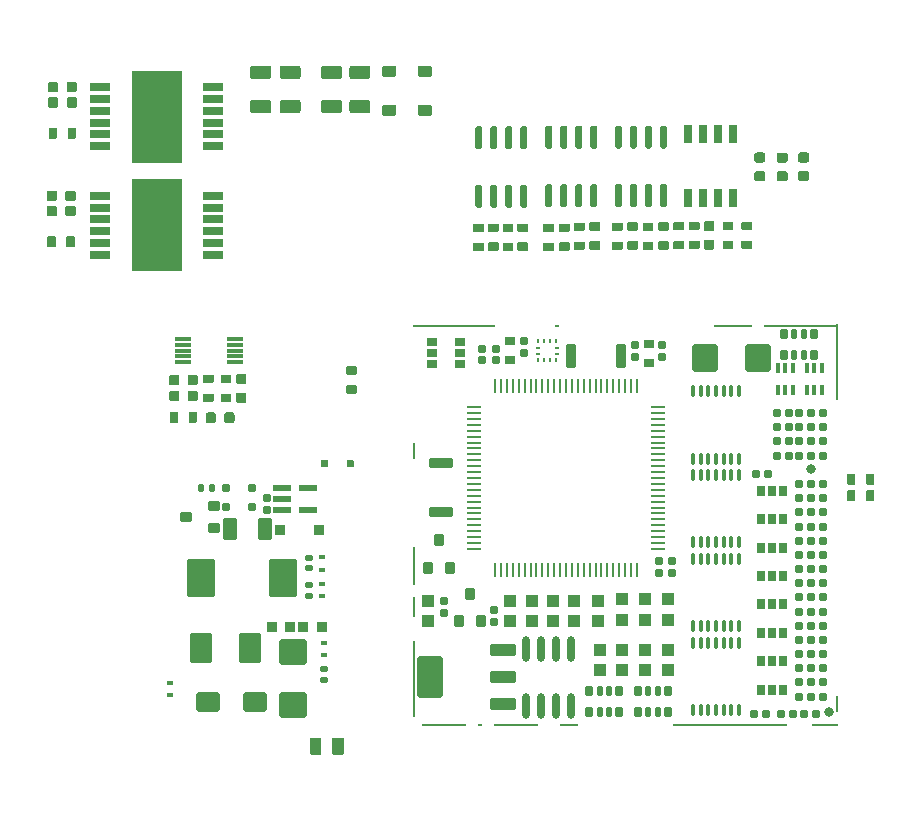
<source format=gtp>
G75*
G70*
%OFA0B0*%
%FSLAX25Y25*%
%IPPOS*%
%LPD*%
%AMOC8*
5,1,8,0,0,1.08239X$1,22.5*
%
%AMM100*
21,1,0.035430,0.030320,-0.000000,0.000000,0.000000*
21,1,0.028350,0.037400,-0.000000,0.000000,0.000000*
1,1,0.007090,0.014170,-0.015160*
1,1,0.007090,-0.014170,-0.015160*
1,1,0.007090,-0.014170,0.015160*
1,1,0.007090,0.014170,0.015160*
%
%AMM101*
21,1,0.043310,0.075980,-0.000000,0.000000,90.000000*
21,1,0.034650,0.084650,-0.000000,0.000000,90.000000*
1,1,0.008660,0.037990,0.017320*
1,1,0.008660,0.037990,-0.017320*
1,1,0.008660,-0.037990,-0.017320*
1,1,0.008660,-0.037990,0.017320*
%
%AMM102*
21,1,0.039370,0.035430,-0.000000,0.000000,90.000000*
21,1,0.031500,0.043310,-0.000000,0.000000,90.000000*
1,1,0.007870,0.017720,0.015750*
1,1,0.007870,0.017720,-0.015750*
1,1,0.007870,-0.017720,-0.015750*
1,1,0.007870,-0.017720,0.015750*
%
%AMM103*
21,1,0.027560,0.030710,-0.000000,0.000000,90.000000*
21,1,0.022050,0.036220,-0.000000,0.000000,90.000000*
1,1,0.005510,0.015350,0.011020*
1,1,0.005510,0.015350,-0.011020*
1,1,0.005510,-0.015350,-0.011020*
1,1,0.005510,-0.015350,0.011020*
%
%AMM104*
21,1,0.031500,0.072440,-0.000000,0.000000,90.000000*
21,1,0.025200,0.078740,-0.000000,0.000000,90.000000*
1,1,0.006300,0.036220,0.012600*
1,1,0.006300,0.036220,-0.012600*
1,1,0.006300,-0.036220,-0.012600*
1,1,0.006300,-0.036220,0.012600*
%
%AMM105*
21,1,0.137800,0.067720,-0.000000,0.000000,90.000000*
21,1,0.120870,0.084650,-0.000000,0.000000,90.000000*
1,1,0.016930,0.033860,0.060430*
1,1,0.016930,0.033860,-0.060430*
1,1,0.016930,-0.033860,-0.060430*
1,1,0.016930,-0.033860,0.060430*
%
%AMM106*
21,1,0.043310,0.075990,-0.000000,0.000000,90.000000*
21,1,0.034650,0.084650,-0.000000,0.000000,90.000000*
1,1,0.008660,0.037990,0.017320*
1,1,0.008660,0.037990,-0.017320*
1,1,0.008660,-0.037990,-0.017320*
1,1,0.008660,-0.037990,0.017320*
%
%AMM107*
21,1,0.086610,0.073230,-0.000000,0.000000,180.000000*
21,1,0.069290,0.090550,-0.000000,0.000000,180.000000*
1,1,0.017320,-0.034650,0.036610*
1,1,0.017320,0.034650,0.036610*
1,1,0.017320,0.034650,-0.036610*
1,1,0.017320,-0.034650,-0.036610*
%
%AMM36*
21,1,0.033470,0.026770,0.000000,0.000000,0.000000*
21,1,0.026770,0.033470,0.000000,0.000000,0.000000*
1,1,0.006690,0.013390,-0.013390*
1,1,0.006690,-0.013390,-0.013390*
1,1,0.006690,-0.013390,0.013390*
1,1,0.006690,0.013390,0.013390*
%
%AMM42*
21,1,0.035830,0.026770,0.000000,0.000000,0.000000*
21,1,0.029130,0.033470,0.000000,0.000000,0.000000*
1,1,0.006690,0.014570,-0.013390*
1,1,0.006690,-0.014570,-0.013390*
1,1,0.006690,-0.014570,0.013390*
1,1,0.006690,0.014570,0.013390*
%
%AMM44*
21,1,0.070870,0.036220,0.000000,0.000000,90.000000*
21,1,0.061810,0.045280,0.000000,0.000000,90.000000*
1,1,0.009060,0.018110,0.030910*
1,1,0.009060,0.018110,-0.030910*
1,1,0.009060,-0.018110,-0.030910*
1,1,0.009060,-0.018110,0.030910*
%
%AMM59*
21,1,0.086610,0.073230,0.000000,0.000000,270.000000*
21,1,0.069290,0.090550,0.000000,0.000000,270.000000*
1,1,0.017320,-0.036610,-0.034650*
1,1,0.017320,-0.036610,0.034650*
1,1,0.017320,0.036610,0.034650*
1,1,0.017320,0.036610,-0.034650*
%
%AMM60*
21,1,0.094490,0.111020,0.000000,0.000000,0.000000*
21,1,0.075590,0.129920,0.000000,0.000000,0.000000*
1,1,0.018900,0.037800,-0.055510*
1,1,0.018900,-0.037800,-0.055510*
1,1,0.018900,-0.037800,0.055510*
1,1,0.018900,0.037800,0.055510*
%
%AMM61*
21,1,0.074800,0.083460,0.000000,0.000000,0.000000*
21,1,0.059840,0.098430,0.000000,0.000000,0.000000*
1,1,0.014960,0.029920,-0.041730*
1,1,0.014960,-0.029920,-0.041730*
1,1,0.014960,-0.029920,0.041730*
1,1,0.014960,0.029920,0.041730*
%
%AMM62*
21,1,0.078740,0.053540,0.000000,0.000000,180.000000*
21,1,0.065350,0.066930,0.000000,0.000000,180.000000*
1,1,0.013390,-0.032680,0.026770*
1,1,0.013390,0.032680,0.026770*
1,1,0.013390,0.032680,-0.026770*
1,1,0.013390,-0.032680,-0.026770*
%
%AMM63*
21,1,0.035430,0.030320,0.000000,0.000000,90.000000*
21,1,0.028350,0.037400,0.000000,0.000000,90.000000*
1,1,0.007090,0.015160,0.014170*
1,1,0.007090,0.015160,-0.014170*
1,1,0.007090,-0.015160,-0.014170*
1,1,0.007090,-0.015160,0.014170*
%
%AMM64*
21,1,0.021650,0.052760,0.000000,0.000000,270.000000*
21,1,0.017320,0.057090,0.000000,0.000000,270.000000*
1,1,0.004330,-0.026380,-0.008660*
1,1,0.004330,-0.026380,0.008660*
1,1,0.004330,0.026380,0.008660*
1,1,0.004330,0.026380,-0.008660*
%
%AMM65*
21,1,0.015750,0.016540,0.000000,0.000000,270.000000*
21,1,0.012600,0.019680,0.000000,0.000000,270.000000*
1,1,0.003150,-0.008270,-0.006300*
1,1,0.003150,-0.008270,0.006300*
1,1,0.003150,0.008270,0.006300*
1,1,0.003150,0.008270,-0.006300*
%
%AMM66*
21,1,0.023620,0.018900,0.000000,0.000000,90.000000*
21,1,0.018900,0.023620,0.000000,0.000000,90.000000*
1,1,0.004720,0.009450,0.009450*
1,1,0.004720,0.009450,-0.009450*
1,1,0.004720,-0.009450,-0.009450*
1,1,0.004720,-0.009450,0.009450*
%
%AMM67*
21,1,0.019680,0.019680,0.000000,0.000000,0.000000*
21,1,0.015750,0.023620,0.000000,0.000000,0.000000*
1,1,0.003940,0.007870,-0.009840*
1,1,0.003940,-0.007870,-0.009840*
1,1,0.003940,-0.007870,0.009840*
1,1,0.003940,0.007870,0.009840*
%
%AMM68*
21,1,0.019680,0.019680,0.000000,0.000000,270.000000*
21,1,0.015750,0.023620,0.000000,0.000000,270.000000*
1,1,0.003940,-0.009840,-0.007870*
1,1,0.003940,-0.009840,0.007870*
1,1,0.003940,0.009840,0.007870*
1,1,0.003940,0.009840,-0.007870*
%
%AMM92*
21,1,0.025590,0.026380,-0.000000,0.000000,0.000000*
21,1,0.020470,0.031500,-0.000000,0.000000,0.000000*
1,1,0.005120,0.010240,-0.013190*
1,1,0.005120,-0.010240,-0.013190*
1,1,0.005120,-0.010240,0.013190*
1,1,0.005120,0.010240,0.013190*
%
%AMM93*
21,1,0.017720,0.027950,-0.000000,0.000000,0.000000*
21,1,0.014170,0.031500,-0.000000,0.000000,0.000000*
1,1,0.003540,0.007090,-0.013980*
1,1,0.003540,-0.007090,-0.013980*
1,1,0.003540,-0.007090,0.013980*
1,1,0.003540,0.007090,0.013980*
%
%AMM94*
21,1,0.012600,0.028980,-0.000000,0.000000,180.000000*
21,1,0.010080,0.031500,-0.000000,0.000000,180.000000*
1,1,0.002520,-0.005040,0.014490*
1,1,0.002520,0.005040,0.014490*
1,1,0.002520,0.005040,-0.014490*
1,1,0.002520,-0.005040,-0.014490*
%
%AMM95*
21,1,0.023620,0.030710,-0.000000,0.000000,270.000000*
21,1,0.018900,0.035430,-0.000000,0.000000,270.000000*
1,1,0.004720,-0.015350,-0.009450*
1,1,0.004720,-0.015350,0.009450*
1,1,0.004720,0.015350,0.009450*
1,1,0.004720,0.015350,-0.009450*
%
%AMM96*
21,1,0.027560,0.018900,-0.000000,0.000000,180.000000*
21,1,0.022840,0.023620,-0.000000,0.000000,180.000000*
1,1,0.004720,-0.011420,0.009450*
1,1,0.004720,0.011420,0.009450*
1,1,0.004720,0.011420,-0.009450*
1,1,0.004720,-0.011420,-0.009450*
%
%AMM97*
21,1,0.031500,0.072440,-0.000000,0.000000,180.000000*
21,1,0.025200,0.078740,-0.000000,0.000000,180.000000*
1,1,0.006300,-0.012600,0.036220*
1,1,0.006300,0.012600,0.036220*
1,1,0.006300,0.012600,-0.036220*
1,1,0.006300,-0.012600,-0.036220*
%
%AMM98*
21,1,0.027560,0.018900,-0.000000,0.000000,270.000000*
21,1,0.022840,0.023620,-0.000000,0.000000,270.000000*
1,1,0.004720,-0.009450,-0.011420*
1,1,0.004720,-0.009450,0.011420*
1,1,0.004720,0.009450,0.011420*
1,1,0.004720,0.009450,-0.011420*
%
%AMM99*
21,1,0.023620,0.030710,-0.000000,0.000000,0.000000*
21,1,0.018900,0.035430,-0.000000,0.000000,0.000000*
1,1,0.004720,0.009450,-0.015350*
1,1,0.004720,-0.009450,-0.015350*
1,1,0.004720,-0.009450,0.015350*
1,1,0.004720,0.009450,0.015350*
%
%ADD13R,0.02559X0.06004*%
%ADD138M36*%
%ADD14R,0.06890X0.02559*%
%ADD147M42*%
%ADD15R,0.16929X0.31102*%
%ADD152M44*%
%ADD173R,0.05512X0.01181*%
%ADD175M59*%
%ADD176M60*%
%ADD177M61*%
%ADD178M62*%
%ADD179M63*%
%ADD18R,0.14567X0.00787*%
%ADD180M64*%
%ADD181M65*%
%ADD182M66*%
%ADD183M67*%
%ADD184M68*%
%ADD19R,0.01575X0.00787*%
%ADD20R,0.06299X0.00787*%
%ADD21R,0.38189X0.00787*%
%ADD213M92*%
%ADD214M93*%
%ADD215M94*%
%ADD216O,0.01181X0.04331*%
%ADD217M95*%
%ADD218M96*%
%ADD219M97*%
%ADD22R,0.09055X0.00787*%
%ADD220M98*%
%ADD221M99*%
%ADD222M100*%
%ADD223O,0.02362X0.08661*%
%ADD224M101*%
%ADD225M102*%
%ADD226M103*%
%ADD227M104*%
%ADD228M105*%
%ADD229M106*%
%ADD23R,0.00787X0.05512*%
%ADD230M107*%
%ADD24R,0.00787X0.25197*%
%ADD25R,0.00787X0.06693*%
%ADD26R,0.00787X0.12992*%
%ADD27R,0.27559X0.00787*%
%ADD28R,0.12992X0.00787*%
%ADD29R,0.24803X0.00787*%
%ADD47C,0.03150*%
%ADD80O,0.04724X0.00866*%
%ADD81O,0.00866X0.04724*%
%ADD85R,0.01378X0.00984*%
%ADD86R,0.00984X0.01378*%
X0000000Y0000000D02*
%LPD*%
G01*
G36*
G01*
X0152874Y0172533D02*
X0149803Y0172533D01*
G75*
G02*
X0149528Y0172809I0000000J0000276D01*
G01*
X0149528Y0175013D01*
G75*
G02*
X0149803Y0175289I0000276J0000000D01*
G01*
X0152874Y0175289D01*
G75*
G02*
X0153150Y0175013I0000000J-000276D01*
G01*
X0153150Y0172809D01*
G75*
G02*
X0152874Y0172533I-000276J0000000D01*
G01*
G37*
G36*
G01*
X0152874Y0178832D02*
X0149803Y0178832D01*
G75*
G02*
X0149528Y0179108I0000000J0000276D01*
G01*
X0149528Y0181313D01*
G75*
G02*
X0149803Y0181588I0000276J0000000D01*
G01*
X0152874Y0181588D01*
G75*
G02*
X0153150Y0181313I0000000J-000276D01*
G01*
X0153150Y0179108D01*
G75*
G02*
X0152874Y0178832I-000276J0000000D01*
G01*
G37*
G36*
G01*
X0229547Y0172972D02*
X0226870Y0172972D01*
G75*
G02*
X0226535Y0173307I0000000J0000335D01*
G01*
X0226535Y0175984D01*
G75*
G02*
X0226870Y0176319I0000335J0000000D01*
G01*
X0229547Y0176319D01*
G75*
G02*
X0229882Y0175984I0000000J-000335D01*
G01*
X0229882Y0173307D01*
G75*
G02*
X0229547Y0172972I-000335J0000000D01*
G01*
G37*
G36*
G01*
X0229547Y0179193D02*
X0226870Y0179193D01*
G75*
G02*
X0226535Y0179528I0000000J0000335D01*
G01*
X0226535Y0182205D01*
G75*
G02*
X0226870Y0182539I0000335J0000000D01*
G01*
X0229547Y0182539D01*
G75*
G02*
X0229882Y0182205I0000000J-000335D01*
G01*
X0229882Y0179528D01*
G75*
G02*
X0229547Y0179193I-000335J0000000D01*
G01*
G37*
G36*
G01*
X0211457Y0182087D02*
X0214528Y0182087D01*
G75*
G02*
X0214803Y0181811I0000000J-000276D01*
G01*
X0214803Y0179606D01*
G75*
G02*
X0214528Y0179331I-000276J0000000D01*
G01*
X0211457Y0179331D01*
G75*
G02*
X0211181Y0179606I0000000J0000276D01*
G01*
X0211181Y0181811D01*
G75*
G02*
X0211457Y0182087I0000276J0000000D01*
G01*
G37*
G36*
G01*
X0211457Y0175787D02*
X0214528Y0175787D01*
G75*
G02*
X0214803Y0175512I0000000J-000276D01*
G01*
X0214803Y0173307D01*
G75*
G02*
X0214528Y0173031I-000276J0000000D01*
G01*
X0211457Y0173031D01*
G75*
G02*
X0211181Y0173307I0000000J0000276D01*
G01*
X0211181Y0175512D01*
G75*
G02*
X0211457Y0175787I0000276J0000000D01*
G01*
G37*
G36*
G01*
X0007461Y0189606D02*
X0007461Y0192283D01*
G75*
G02*
X0007795Y0192618I0000335J0000000D01*
G01*
X0010472Y0192618D01*
G75*
G02*
X0010807Y0192283I0000000J-000335D01*
G01*
X0010807Y0189606D01*
G75*
G02*
X0010472Y0189272I-000335J0000000D01*
G01*
X0007795Y0189272D01*
G75*
G02*
X0007461Y0189606I0000000J0000335D01*
G01*
G37*
G36*
G01*
X0013681Y0189606D02*
X0013681Y0192283D01*
G75*
G02*
X0014016Y0192618I0000335J0000000D01*
G01*
X0016693Y0192618D01*
G75*
G02*
X0017028Y0192283I0000000J-000335D01*
G01*
X0017028Y0189606D01*
G75*
G02*
X0016693Y0189272I-000335J0000000D01*
G01*
X0014016Y0189272D01*
G75*
G02*
X0013681Y0189606I0000000J0000335D01*
G01*
G37*
G36*
G01*
X0283268Y0092480D02*
X0283268Y0089409D01*
G75*
G02*
X0282992Y0089134I-000276J0000000D01*
G01*
X0280787Y0089134D01*
G75*
G02*
X0280512Y0089409I0000000J0000276D01*
G01*
X0280512Y0092480D01*
G75*
G02*
X0280787Y0092756I0000276J0000000D01*
G01*
X0282992Y0092756D01*
G75*
G02*
X0283268Y0092480I0000000J-000276D01*
G01*
G37*
G36*
G01*
X0276969Y0092480D02*
X0276969Y0089409D01*
G75*
G02*
X0276693Y0089134I-000276J0000000D01*
G01*
X0274488Y0089134D01*
G75*
G02*
X0274213Y0089409I0000000J0000276D01*
G01*
X0274213Y0092480D01*
G75*
G02*
X0274488Y0092756I0000276J0000000D01*
G01*
X0276693Y0092756D01*
G75*
G02*
X0276969Y0092480I0000000J-000276D01*
G01*
G37*
G36*
G01*
X0201220Y0182087D02*
X0204291Y0182087D01*
G75*
G02*
X0204567Y0181811I0000000J-000276D01*
G01*
X0204567Y0179606D01*
G75*
G02*
X0204291Y0179331I-000276J0000000D01*
G01*
X0201220Y0179331D01*
G75*
G02*
X0200945Y0179606I0000000J0000276D01*
G01*
X0200945Y0181811D01*
G75*
G02*
X0201220Y0182087I0000276J0000000D01*
G01*
G37*
G36*
G01*
X0201220Y0175787D02*
X0204291Y0175787D01*
G75*
G02*
X0204567Y0175512I0000000J-000276D01*
G01*
X0204567Y0173307D01*
G75*
G02*
X0204291Y0173031I-000276J0000000D01*
G01*
X0201220Y0173031D01*
G75*
G02*
X0200945Y0173307I0000000J0000276D01*
G01*
X0200945Y0175512D01*
G75*
G02*
X0201220Y0175787I0000276J0000000D01*
G01*
G37*
G36*
G01*
X0108268Y0230728D02*
X0108268Y0233445D01*
G75*
G02*
X0109173Y0234350I0000906J0000000D01*
G01*
X0114449Y0234350D01*
G75*
G02*
X0115354Y0233445I0000000J-000906D01*
G01*
X0115354Y0230728D01*
G75*
G02*
X0114449Y0229823I-000906J0000000D01*
G01*
X0109173Y0229823D01*
G75*
G02*
X0108268Y0230728I0000000J0000906D01*
G01*
G37*
G36*
G01*
X0108268Y0219311D02*
X0108268Y0222028D01*
G75*
G02*
X0109173Y0222933I0000906J0000000D01*
G01*
X0114449Y0222933D01*
G75*
G02*
X0115354Y0222028I0000000J-000906D01*
G01*
X0115354Y0219311D01*
G75*
G02*
X0114449Y0218405I-000906J0000000D01*
G01*
X0109173Y0218405D01*
G75*
G02*
X0108268Y0219311I0000000J0000906D01*
G01*
G37*
G36*
G01*
X0198602Y0187205D02*
X0197421Y0187205D01*
G75*
G02*
X0196831Y0187795I0000000J0000591D01*
G01*
X0196831Y0194291D01*
G75*
G02*
X0197421Y0194882I0000591J0000000D01*
G01*
X0198602Y0194882D01*
G75*
G02*
X0199193Y0194291I0000000J-000591D01*
G01*
X0199193Y0187795D01*
G75*
G02*
X0198602Y0187205I-000591J0000000D01*
G01*
G37*
G36*
G01*
X0203602Y0187205D02*
X0202421Y0187205D01*
G75*
G02*
X0201831Y0187795I0000000J0000591D01*
G01*
X0201831Y0194291D01*
G75*
G02*
X0202421Y0194882I0000591J0000000D01*
G01*
X0203602Y0194882D01*
G75*
G02*
X0204193Y0194291I0000000J-000591D01*
G01*
X0204193Y0187795D01*
G75*
G02*
X0203602Y0187205I-000591J0000000D01*
G01*
G37*
G36*
G01*
X0208602Y0187205D02*
X0207421Y0187205D01*
G75*
G02*
X0206831Y0187795I0000000J0000591D01*
G01*
X0206831Y0194291D01*
G75*
G02*
X0207421Y0194882I0000591J0000000D01*
G01*
X0208602Y0194882D01*
G75*
G02*
X0209193Y0194291I0000000J-000591D01*
G01*
X0209193Y0187795D01*
G75*
G02*
X0208602Y0187205I-000591J0000000D01*
G01*
G37*
G36*
G01*
X0213602Y0187205D02*
X0212421Y0187205D01*
G75*
G02*
X0211831Y0187795I0000000J0000591D01*
G01*
X0211831Y0194291D01*
G75*
G02*
X0212421Y0194882I0000591J0000000D01*
G01*
X0213602Y0194882D01*
G75*
G02*
X0214193Y0194291I0000000J-000591D01*
G01*
X0214193Y0187795D01*
G75*
G02*
X0213602Y0187205I-000591J0000000D01*
G01*
G37*
G36*
G01*
X0213602Y0206693D02*
X0212421Y0206693D01*
G75*
G02*
X0211831Y0207283I0000000J0000591D01*
G01*
X0211831Y0213780D01*
G75*
G02*
X0212421Y0214370I0000591J0000000D01*
G01*
X0213602Y0214370D01*
G75*
G02*
X0214193Y0213780I0000000J-000591D01*
G01*
X0214193Y0207283D01*
G75*
G02*
X0213602Y0206693I-000591J0000000D01*
G01*
G37*
G36*
G01*
X0208602Y0206693D02*
X0207421Y0206693D01*
G75*
G02*
X0206831Y0207283I0000000J0000591D01*
G01*
X0206831Y0213780D01*
G75*
G02*
X0207421Y0214370I0000591J0000000D01*
G01*
X0208602Y0214370D01*
G75*
G02*
X0209193Y0213780I0000000J-000591D01*
G01*
X0209193Y0207283D01*
G75*
G02*
X0208602Y0206693I-000591J0000000D01*
G01*
G37*
G36*
G01*
X0203602Y0206693D02*
X0202421Y0206693D01*
G75*
G02*
X0201831Y0207283I0000000J0000591D01*
G01*
X0201831Y0213780D01*
G75*
G02*
X0202421Y0214370I0000591J0000000D01*
G01*
X0203602Y0214370D01*
G75*
G02*
X0204193Y0213780I0000000J-000591D01*
G01*
X0204193Y0207283D01*
G75*
G02*
X0203602Y0206693I-000591J0000000D01*
G01*
G37*
G36*
G01*
X0198602Y0206693D02*
X0197421Y0206693D01*
G75*
G02*
X0196831Y0207283I0000000J0000591D01*
G01*
X0196831Y0213780D01*
G75*
G02*
X0197421Y0214370I0000591J0000000D01*
G01*
X0198602Y0214370D01*
G75*
G02*
X0199193Y0213780I0000000J-000591D01*
G01*
X0199193Y0207283D01*
G75*
G02*
X0198602Y0206693I-000591J0000000D01*
G01*
G37*
D13*
X0221240Y0190209D03*
X0226240Y0190209D03*
X0231240Y0190209D03*
X0236240Y0190209D03*
X0236240Y0211563D03*
X0231240Y0211563D03*
X0226240Y0211563D03*
X0221240Y0211563D03*
G36*
G01*
X0016732Y0177126D02*
X0016732Y0174055D01*
G75*
G02*
X0016457Y0173780I-000276J0000000D01*
G01*
X0014252Y0173780D01*
G75*
G02*
X0013976Y0174055I0000000J0000276D01*
G01*
X0013976Y0177126D01*
G75*
G02*
X0014252Y0177402I0000276J0000000D01*
G01*
X0016457Y0177402D01*
G75*
G02*
X0016732Y0177126I0000000J-000276D01*
G01*
G37*
G36*
G01*
X0010433Y0177126D02*
X0010433Y0174055D01*
G75*
G02*
X0010157Y0173780I-000276J0000000D01*
G01*
X0007953Y0173780D01*
G75*
G02*
X0007677Y0174055I0000000J0000276D01*
G01*
X0007677Y0177126D01*
G75*
G02*
X0007953Y0177402I0000276J0000000D01*
G01*
X0010157Y0177402D01*
G75*
G02*
X0010433Y0177126I0000000J-000276D01*
G01*
G37*
G36*
G01*
X0007854Y0225827D02*
X0007854Y0228504D01*
G75*
G02*
X0008189Y0228839I0000335J0000000D01*
G01*
X0010866Y0228839D01*
G75*
G02*
X0011201Y0228504I0000000J-000335D01*
G01*
X0011201Y0225827D01*
G75*
G02*
X0010866Y0225492I-000335J0000000D01*
G01*
X0008189Y0225492D01*
G75*
G02*
X0007854Y0225827I0000000J0000335D01*
G01*
G37*
G36*
G01*
X0014075Y0225827D02*
X0014075Y0228504D01*
G75*
G02*
X0014409Y0228839I0000335J0000000D01*
G01*
X0017087Y0228839D01*
G75*
G02*
X0017421Y0228504I0000000J-000335D01*
G01*
X0017421Y0225827D01*
G75*
G02*
X0017087Y0225492I-000335J0000000D01*
G01*
X0014409Y0225492D01*
G75*
G02*
X0014075Y0225827I0000000J0000335D01*
G01*
G37*
G36*
G01*
X0274213Y0094921D02*
X0274213Y0097992D01*
G75*
G02*
X0274488Y0098268I0000276J0000000D01*
G01*
X0276693Y0098268D01*
G75*
G02*
X0276969Y0097992I0000000J-000276D01*
G01*
X0276969Y0094921D01*
G75*
G02*
X0276693Y0094646I-000276J0000000D01*
G01*
X0274488Y0094646D01*
G75*
G02*
X0274213Y0094921I0000000J0000276D01*
G01*
G37*
G36*
G01*
X0280512Y0094921D02*
X0280512Y0097992D01*
G75*
G02*
X0280787Y0098268I0000276J0000000D01*
G01*
X0282992Y0098268D01*
G75*
G02*
X0283268Y0097992I0000000J-000276D01*
G01*
X0283268Y0094921D01*
G75*
G02*
X0282992Y0094646I-000276J0000000D01*
G01*
X0280787Y0094646D01*
G75*
G02*
X0280512Y0094921I0000000J0000276D01*
G01*
G37*
D14*
X0062992Y0171260D03*
X0062992Y0175197D03*
X0062992Y0179134D03*
X0062992Y0183071D03*
X0062992Y0187008D03*
X0062992Y0190945D03*
X0025197Y0190945D03*
X0025197Y0187008D03*
X0025197Y0183071D03*
X0025197Y0179134D03*
X0025197Y0175197D03*
X0025197Y0171260D03*
D15*
X0044094Y0181102D03*
G36*
G01*
X0109600Y0100443D02*
X0107711Y0100443D01*
G75*
G02*
X0107474Y0100679I0000000J0000236D01*
G01*
X0107474Y0102569D01*
G75*
G02*
X0107711Y0102805I0000236J0000000D01*
G01*
X0109600Y0102805D01*
G75*
G02*
X0109837Y0102569I0000000J-000236D01*
G01*
X0109837Y0100679D01*
G75*
G02*
X0109600Y0100443I-000236J0000000D01*
G01*
G37*
G36*
G01*
X0100939Y0100443D02*
X0099049Y0100443D01*
G75*
G02*
X0098813Y0100679I0000000J0000236D01*
G01*
X0098813Y0102569D01*
G75*
G02*
X0099049Y0102805I0000236J0000000D01*
G01*
X0100939Y0102805D01*
G75*
G02*
X0101175Y0102569I0000000J-000236D01*
G01*
X0101175Y0100679D01*
G75*
G02*
X0100939Y0100443I-000236J0000000D01*
G01*
G37*
G36*
G01*
X0007461Y0184488D02*
X0007461Y0187165D01*
G75*
G02*
X0007795Y0187500I0000335J0000000D01*
G01*
X0010472Y0187500D01*
G75*
G02*
X0010807Y0187165I0000000J-000335D01*
G01*
X0010807Y0184488D01*
G75*
G02*
X0010472Y0184154I-000335J0000000D01*
G01*
X0007795Y0184154D01*
G75*
G02*
X0007461Y0184488I0000000J0000335D01*
G01*
G37*
G36*
G01*
X0013681Y0184488D02*
X0013681Y0187165D01*
G75*
G02*
X0014016Y0187500I0000335J0000000D01*
G01*
X0016693Y0187500D01*
G75*
G02*
X0017028Y0187165I0000000J-000335D01*
G01*
X0017028Y0184488D01*
G75*
G02*
X0016693Y0184154I-000335J0000000D01*
G01*
X0014016Y0184154D01*
G75*
G02*
X0013681Y0184488I0000000J0000335D01*
G01*
G37*
G36*
G01*
X0110591Y0125000D02*
X0107520Y0125000D01*
G75*
G02*
X0107244Y0125276I0000000J0000276D01*
G01*
X0107244Y0127480D01*
G75*
G02*
X0107520Y0127756I0000276J0000000D01*
G01*
X0110591Y0127756D01*
G75*
G02*
X0110866Y0127480I0000000J-000276D01*
G01*
X0110866Y0125276D01*
G75*
G02*
X0110591Y0125000I-000276J0000000D01*
G01*
G37*
G36*
G01*
X0110591Y0131299D02*
X0107520Y0131299D01*
G75*
G02*
X0107244Y0131575I0000000J0000276D01*
G01*
X0107244Y0133780D01*
G75*
G02*
X0107520Y0134055I0000276J0000000D01*
G01*
X0110591Y0134055D01*
G75*
G02*
X0110866Y0133780I0000000J-000276D01*
G01*
X0110866Y0131575D01*
G75*
G02*
X0110591Y0131299I-000276J0000000D01*
G01*
G37*
G36*
G01*
X0209409Y0172933D02*
X0206339Y0172933D01*
G75*
G02*
X0206063Y0173209I0000000J0000276D01*
G01*
X0206063Y0175413D01*
G75*
G02*
X0206339Y0175689I0000276J0000000D01*
G01*
X0209409Y0175689D01*
G75*
G02*
X0209685Y0175413I0000000J-000276D01*
G01*
X0209685Y0173209D01*
G75*
G02*
X0209409Y0172933I-000276J0000000D01*
G01*
G37*
G36*
G01*
X0209409Y0179232D02*
X0206339Y0179232D01*
G75*
G02*
X0206063Y0179508I0000000J0000276D01*
G01*
X0206063Y0181713D01*
G75*
G02*
X0206339Y0181988I0000276J0000000D01*
G01*
X0209409Y0181988D01*
G75*
G02*
X0209685Y0181713I0000000J-000276D01*
G01*
X0209685Y0179508D01*
G75*
G02*
X0209409Y0179232I-000276J0000000D01*
G01*
G37*
G36*
G01*
X0219646Y0173130D02*
X0216575Y0173130D01*
G75*
G02*
X0216299Y0173406I0000000J0000276D01*
G01*
X0216299Y0175610D01*
G75*
G02*
X0216575Y0175886I0000276J0000000D01*
G01*
X0219646Y0175886D01*
G75*
G02*
X0219921Y0175610I0000000J-000276D01*
G01*
X0219921Y0173406D01*
G75*
G02*
X0219646Y0173130I-000276J0000000D01*
G01*
G37*
G36*
G01*
X0219646Y0179429D02*
X0216575Y0179429D01*
G75*
G02*
X0216299Y0179705I0000000J0000276D01*
G01*
X0216299Y0181909D01*
G75*
G02*
X0216575Y0182185I0000276J0000000D01*
G01*
X0219646Y0182185D01*
G75*
G02*
X0219921Y0181909I0000000J-000276D01*
G01*
X0219921Y0179705D01*
G75*
G02*
X0219646Y0179429I-000276J0000000D01*
G01*
G37*
G36*
G01*
X0176260Y0172539D02*
X0173189Y0172539D01*
G75*
G02*
X0172913Y0172815I0000000J0000276D01*
G01*
X0172913Y0175020D01*
G75*
G02*
X0173189Y0175295I0000276J0000000D01*
G01*
X0176260Y0175295D01*
G75*
G02*
X0176535Y0175020I0000000J-000276D01*
G01*
X0176535Y0172815D01*
G75*
G02*
X0176260Y0172539I-000276J0000000D01*
G01*
G37*
G36*
G01*
X0176260Y0178839D02*
X0173189Y0178839D01*
G75*
G02*
X0172913Y0179114I0000000J0000276D01*
G01*
X0172913Y0181319D01*
G75*
G02*
X0173189Y0181594I0000276J0000000D01*
G01*
X0176260Y0181594D01*
G75*
G02*
X0176535Y0181319I0000000J-000276D01*
G01*
X0176535Y0179114D01*
G75*
G02*
X0176260Y0178839I-000276J0000000D01*
G01*
G37*
G36*
G01*
X0154764Y0181693D02*
X0157835Y0181693D01*
G75*
G02*
X0158110Y0181417I0000000J-000276D01*
G01*
X0158110Y0179213D01*
G75*
G02*
X0157835Y0178937I-000276J0000000D01*
G01*
X0154764Y0178937D01*
G75*
G02*
X0154488Y0179213I0000000J0000276D01*
G01*
X0154488Y0181417D01*
G75*
G02*
X0154764Y0181693I0000276J0000000D01*
G01*
G37*
G36*
G01*
X0154764Y0175394D02*
X0157835Y0175394D01*
G75*
G02*
X0158110Y0175118I0000000J-000276D01*
G01*
X0158110Y0172913D01*
G75*
G02*
X0157835Y0172638I-000276J0000000D01*
G01*
X0154764Y0172638D01*
G75*
G02*
X0154488Y0172913I0000000J0000276D01*
G01*
X0154488Y0175118D01*
G75*
G02*
X0154764Y0175394I0000276J0000000D01*
G01*
G37*
D14*
X0062992Y0207480D03*
X0062992Y0211417D03*
X0062992Y0215354D03*
X0062992Y0219291D03*
X0062992Y0223228D03*
X0062992Y0227165D03*
X0025197Y0227165D03*
X0025197Y0223228D03*
X0025197Y0219291D03*
X0025197Y0215354D03*
X0025197Y0211417D03*
X0025197Y0207480D03*
D15*
X0044094Y0217323D03*
G36*
G01*
X0251609Y0205364D02*
X0253627Y0205364D01*
G75*
G02*
X0254488Y0204503I0000000J-000861D01*
G01*
X0254488Y0202781D01*
G75*
G02*
X0253627Y0201919I-000861J0000000D01*
G01*
X0251609Y0201919D01*
G75*
G02*
X0250748Y0202781I0000000J0000861D01*
G01*
X0250748Y0204503D01*
G75*
G02*
X0251609Y0205364I0000861J0000000D01*
G01*
G37*
G36*
G01*
X0251609Y0199163D02*
X0253627Y0199163D01*
G75*
G02*
X0254488Y0198302I0000000J-000861D01*
G01*
X0254488Y0196580D01*
G75*
G02*
X0253627Y0195719I-000861J0000000D01*
G01*
X0251609Y0195719D01*
G75*
G02*
X0250748Y0196580I0000000J0000861D01*
G01*
X0250748Y0198302D01*
G75*
G02*
X0251609Y0199163I0000861J0000000D01*
G01*
G37*
G36*
G01*
X0152047Y0187008D02*
X0150866Y0187008D01*
G75*
G02*
X0150276Y0187598I0000000J0000591D01*
G01*
X0150276Y0194094D01*
G75*
G02*
X0150866Y0194685I0000591J0000000D01*
G01*
X0152047Y0194685D01*
G75*
G02*
X0152638Y0194094I0000000J-000591D01*
G01*
X0152638Y0187598D01*
G75*
G02*
X0152047Y0187008I-000591J0000000D01*
G01*
G37*
G36*
G01*
X0157047Y0187008D02*
X0155866Y0187008D01*
G75*
G02*
X0155276Y0187598I0000000J0000591D01*
G01*
X0155276Y0194094D01*
G75*
G02*
X0155866Y0194685I0000591J0000000D01*
G01*
X0157047Y0194685D01*
G75*
G02*
X0157638Y0194094I0000000J-000591D01*
G01*
X0157638Y0187598D01*
G75*
G02*
X0157047Y0187008I-000591J0000000D01*
G01*
G37*
G36*
G01*
X0162047Y0187008D02*
X0160866Y0187008D01*
G75*
G02*
X0160276Y0187598I0000000J0000591D01*
G01*
X0160276Y0194094D01*
G75*
G02*
X0160866Y0194685I0000591J0000000D01*
G01*
X0162047Y0194685D01*
G75*
G02*
X0162638Y0194094I0000000J-000591D01*
G01*
X0162638Y0187598D01*
G75*
G02*
X0162047Y0187008I-000591J0000000D01*
G01*
G37*
G36*
G01*
X0167047Y0187008D02*
X0165866Y0187008D01*
G75*
G02*
X0165276Y0187598I0000000J0000591D01*
G01*
X0165276Y0194094D01*
G75*
G02*
X0165866Y0194685I0000591J0000000D01*
G01*
X0167047Y0194685D01*
G75*
G02*
X0167638Y0194094I0000000J-000591D01*
G01*
X0167638Y0187598D01*
G75*
G02*
X0167047Y0187008I-000591J0000000D01*
G01*
G37*
G36*
G01*
X0167047Y0206496D02*
X0165866Y0206496D01*
G75*
G02*
X0165276Y0207087I0000000J0000591D01*
G01*
X0165276Y0213583D01*
G75*
G02*
X0165866Y0214173I0000591J0000000D01*
G01*
X0167047Y0214173D01*
G75*
G02*
X0167638Y0213583I0000000J-000591D01*
G01*
X0167638Y0207087D01*
G75*
G02*
X0167047Y0206496I-000591J0000000D01*
G01*
G37*
G36*
G01*
X0162047Y0206496D02*
X0160866Y0206496D01*
G75*
G02*
X0160276Y0207087I0000000J0000591D01*
G01*
X0160276Y0213583D01*
G75*
G02*
X0160866Y0214173I0000591J0000000D01*
G01*
X0162047Y0214173D01*
G75*
G02*
X0162638Y0213583I0000000J-000591D01*
G01*
X0162638Y0207087D01*
G75*
G02*
X0162047Y0206496I-000591J0000000D01*
G01*
G37*
G36*
G01*
X0157047Y0206496D02*
X0155866Y0206496D01*
G75*
G02*
X0155276Y0207087I0000000J0000591D01*
G01*
X0155276Y0213583D01*
G75*
G02*
X0155866Y0214173I0000591J0000000D01*
G01*
X0157047Y0214173D01*
G75*
G02*
X0157638Y0213583I0000000J-000591D01*
G01*
X0157638Y0207087D01*
G75*
G02*
X0157047Y0206496I-000591J0000000D01*
G01*
G37*
G36*
G01*
X0152047Y0206496D02*
X0150866Y0206496D01*
G75*
G02*
X0150276Y0207087I0000000J0000591D01*
G01*
X0150276Y0213583D01*
G75*
G02*
X0150866Y0214173I0000591J0000000D01*
G01*
X0152047Y0214173D01*
G75*
G02*
X0152638Y0213583I0000000J-000591D01*
G01*
X0152638Y0207087D01*
G75*
G02*
X0152047Y0206496I-000591J0000000D01*
G01*
G37*
G36*
G01*
X0085039Y0230728D02*
X0085039Y0233445D01*
G75*
G02*
X0085945Y0234350I0000906J0000000D01*
G01*
X0091220Y0234350D01*
G75*
G02*
X0092126Y0233445I0000000J-000906D01*
G01*
X0092126Y0230728D01*
G75*
G02*
X0091220Y0229823I-000906J0000000D01*
G01*
X0085945Y0229823D01*
G75*
G02*
X0085039Y0230728I0000000J0000906D01*
G01*
G37*
G36*
G01*
X0085039Y0219311D02*
X0085039Y0222028D01*
G75*
G02*
X0085945Y0222933I0000906J0000000D01*
G01*
X0091220Y0222933D01*
G75*
G02*
X0092126Y0222028I0000000J-000906D01*
G01*
X0092126Y0219311D01*
G75*
G02*
X0091220Y0218405I-000906J0000000D01*
G01*
X0085945Y0218405D01*
G75*
G02*
X0085039Y0219311I0000000J0000906D01*
G01*
G37*
G36*
G01*
X0178386Y0181693D02*
X0181457Y0181693D01*
G75*
G02*
X0181732Y0181417I0000000J-000276D01*
G01*
X0181732Y0179213D01*
G75*
G02*
X0181457Y0178937I-000276J0000000D01*
G01*
X0178386Y0178937D01*
G75*
G02*
X0178110Y0179213I0000000J0000276D01*
G01*
X0178110Y0181417D01*
G75*
G02*
X0178386Y0181693I0000276J0000000D01*
G01*
G37*
G36*
G01*
X0178386Y0175394D02*
X0181457Y0175394D01*
G75*
G02*
X0181732Y0175118I0000000J-000276D01*
G01*
X0181732Y0172913D01*
G75*
G02*
X0181457Y0172638I-000276J0000000D01*
G01*
X0178386Y0172638D01*
G75*
G02*
X0178110Y0172913I0000000J0000276D01*
G01*
X0178110Y0175118D01*
G75*
G02*
X0178386Y0175394I0000276J0000000D01*
G01*
G37*
G36*
G01*
X0095079Y0005020D02*
X0095079Y0009941D01*
G75*
G02*
X0095472Y0010335I0000394J0000000D01*
G01*
X0098622Y0010335D01*
G75*
G02*
X0099016Y0009941I0000000J-000394D01*
G01*
X0099016Y0005020D01*
G75*
G02*
X0098622Y0004626I-000394J0000000D01*
G01*
X0095472Y0004626D01*
G75*
G02*
X0095079Y0005020I0000000J0000394D01*
G01*
G37*
G36*
G01*
X0102559Y0005020D02*
X0102559Y0009941D01*
G75*
G02*
X0102953Y0010335I0000394J0000000D01*
G01*
X0106102Y0010335D01*
G75*
G02*
X0106496Y0009941I0000000J-000394D01*
G01*
X0106496Y0005020D01*
G75*
G02*
X0106102Y0004626I-000394J0000000D01*
G01*
X0102953Y0004626D01*
G75*
G02*
X0102559Y0005020I0000000J0000394D01*
G01*
G37*
G36*
G01*
X0017126Y0213346D02*
X0017126Y0210276D01*
G75*
G02*
X0016850Y0210000I-000276J0000000D01*
G01*
X0014646Y0210000D01*
G75*
G02*
X0014370Y0210276I0000000J0000276D01*
G01*
X0014370Y0213346D01*
G75*
G02*
X0014646Y0213622I0000276J0000000D01*
G01*
X0016850Y0213622D01*
G75*
G02*
X0017126Y0213346I0000000J-000276D01*
G01*
G37*
G36*
G01*
X0010827Y0213346D02*
X0010827Y0210276D01*
G75*
G02*
X0010551Y0210000I-000276J0000000D01*
G01*
X0008346Y0210000D01*
G75*
G02*
X0008071Y0210276I0000000J0000276D01*
G01*
X0008071Y0213346D01*
G75*
G02*
X0008346Y0213622I0000276J0000000D01*
G01*
X0010551Y0213622D01*
G75*
G02*
X0010827Y0213346I0000000J-000276D01*
G01*
G37*
G36*
G01*
X0123661Y0217717D02*
X0119646Y0217717D01*
G75*
G02*
X0119291Y0218071I0000000J0000354D01*
G01*
X0119291Y0220906D01*
G75*
G02*
X0119646Y0221260I0000354J0000000D01*
G01*
X0123661Y0221260D01*
G75*
G02*
X0124016Y0220906I0000000J-000354D01*
G01*
X0124016Y0218071D01*
G75*
G02*
X0123661Y0217717I-000354J0000000D01*
G01*
G37*
G36*
G01*
X0123661Y0230709D02*
X0119646Y0230709D01*
G75*
G02*
X0119291Y0231063I0000000J0000354D01*
G01*
X0119291Y0233898D01*
G75*
G02*
X0119646Y0234252I0000354J0000000D01*
G01*
X0123661Y0234252D01*
G75*
G02*
X0124016Y0233898I0000000J-000354D01*
G01*
X0124016Y0231063D01*
G75*
G02*
X0123661Y0230709I-000354J0000000D01*
G01*
G37*
G36*
G01*
X0075197Y0230728D02*
X0075197Y0233445D01*
G75*
G02*
X0076102Y0234350I0000906J0000000D01*
G01*
X0081378Y0234350D01*
G75*
G02*
X0082283Y0233445I0000000J-000906D01*
G01*
X0082283Y0230728D01*
G75*
G02*
X0081378Y0229823I-000906J0000000D01*
G01*
X0076102Y0229823D01*
G75*
G02*
X0075197Y0230728I0000000J0000906D01*
G01*
G37*
G36*
G01*
X0075197Y0219311D02*
X0075197Y0222028D01*
G75*
G02*
X0076102Y0222933I0000906J0000000D01*
G01*
X0081378Y0222933D01*
G75*
G02*
X0082283Y0222028I0000000J-000906D01*
G01*
X0082283Y0219311D01*
G75*
G02*
X0081378Y0218405I-000906J0000000D01*
G01*
X0076102Y0218405D01*
G75*
G02*
X0075197Y0219311I0000000J0000906D01*
G01*
G37*
G36*
G01*
X0135472Y0217717D02*
X0131457Y0217717D01*
G75*
G02*
X0131102Y0218071I0000000J0000354D01*
G01*
X0131102Y0220906D01*
G75*
G02*
X0131457Y0221260I0000354J0000000D01*
G01*
X0135472Y0221260D01*
G75*
G02*
X0135827Y0220906I0000000J-000354D01*
G01*
X0135827Y0218071D01*
G75*
G02*
X0135472Y0217717I-000354J0000000D01*
G01*
G37*
G36*
G01*
X0135472Y0230709D02*
X0131457Y0230709D01*
G75*
G02*
X0131102Y0231063I0000000J0000354D01*
G01*
X0131102Y0233898D01*
G75*
G02*
X0131457Y0234252I0000354J0000000D01*
G01*
X0135472Y0234252D01*
G75*
G02*
X0135827Y0233898I0000000J-000354D01*
G01*
X0135827Y0231063D01*
G75*
G02*
X0135472Y0230709I-000354J0000000D01*
G01*
G37*
G36*
G01*
X0175374Y0187205D02*
X0174193Y0187205D01*
G75*
G02*
X0173602Y0187795I0000000J0000591D01*
G01*
X0173602Y0194291D01*
G75*
G02*
X0174193Y0194882I0000591J0000000D01*
G01*
X0175374Y0194882D01*
G75*
G02*
X0175965Y0194291I0000000J-000591D01*
G01*
X0175965Y0187795D01*
G75*
G02*
X0175374Y0187205I-000591J0000000D01*
G01*
G37*
G36*
G01*
X0180374Y0187205D02*
X0179193Y0187205D01*
G75*
G02*
X0178602Y0187795I0000000J0000591D01*
G01*
X0178602Y0194291D01*
G75*
G02*
X0179193Y0194882I0000591J0000000D01*
G01*
X0180374Y0194882D01*
G75*
G02*
X0180965Y0194291I0000000J-000591D01*
G01*
X0180965Y0187795D01*
G75*
G02*
X0180374Y0187205I-000591J0000000D01*
G01*
G37*
G36*
G01*
X0185374Y0187205D02*
X0184193Y0187205D01*
G75*
G02*
X0183602Y0187795I0000000J0000591D01*
G01*
X0183602Y0194291D01*
G75*
G02*
X0184193Y0194882I0000591J0000000D01*
G01*
X0185374Y0194882D01*
G75*
G02*
X0185965Y0194291I0000000J-000591D01*
G01*
X0185965Y0187795D01*
G75*
G02*
X0185374Y0187205I-000591J0000000D01*
G01*
G37*
G36*
G01*
X0190374Y0187205D02*
X0189193Y0187205D01*
G75*
G02*
X0188602Y0187795I0000000J0000591D01*
G01*
X0188602Y0194291D01*
G75*
G02*
X0189193Y0194882I0000591J0000000D01*
G01*
X0190374Y0194882D01*
G75*
G02*
X0190965Y0194291I0000000J-000591D01*
G01*
X0190965Y0187795D01*
G75*
G02*
X0190374Y0187205I-000591J0000000D01*
G01*
G37*
G36*
G01*
X0190374Y0206693D02*
X0189193Y0206693D01*
G75*
G02*
X0188602Y0207283I0000000J0000591D01*
G01*
X0188602Y0213780D01*
G75*
G02*
X0189193Y0214370I0000591J0000000D01*
G01*
X0190374Y0214370D01*
G75*
G02*
X0190965Y0213780I0000000J-000591D01*
G01*
X0190965Y0207283D01*
G75*
G02*
X0190374Y0206693I-000591J0000000D01*
G01*
G37*
G36*
G01*
X0185374Y0206693D02*
X0184193Y0206693D01*
G75*
G02*
X0183602Y0207283I0000000J0000591D01*
G01*
X0183602Y0213780D01*
G75*
G02*
X0184193Y0214370I0000591J0000000D01*
G01*
X0185374Y0214370D01*
G75*
G02*
X0185965Y0213780I0000000J-000591D01*
G01*
X0185965Y0207283D01*
G75*
G02*
X0185374Y0206693I-000591J0000000D01*
G01*
G37*
G36*
G01*
X0180374Y0206693D02*
X0179193Y0206693D01*
G75*
G02*
X0178602Y0207283I0000000J0000591D01*
G01*
X0178602Y0213780D01*
G75*
G02*
X0179193Y0214370I0000591J0000000D01*
G01*
X0180374Y0214370D01*
G75*
G02*
X0180965Y0213780I0000000J-000591D01*
G01*
X0180965Y0207283D01*
G75*
G02*
X0180374Y0206693I-000591J0000000D01*
G01*
G37*
G36*
G01*
X0175374Y0206693D02*
X0174193Y0206693D01*
G75*
G02*
X0173602Y0207283I0000000J0000591D01*
G01*
X0173602Y0213780D01*
G75*
G02*
X0174193Y0214370I0000591J0000000D01*
G01*
X0175374Y0214370D01*
G75*
G02*
X0175965Y0213780I0000000J-000591D01*
G01*
X0175965Y0207283D01*
G75*
G02*
X0175374Y0206693I-000591J0000000D01*
G01*
G37*
G36*
G01*
X0258696Y0205413D02*
X0260714Y0205413D01*
G75*
G02*
X0261575Y0204552I0000000J-000861D01*
G01*
X0261575Y0202830D01*
G75*
G02*
X0260714Y0201969I-000861J0000000D01*
G01*
X0258696Y0201969D01*
G75*
G02*
X0257835Y0202830I0000000J0000861D01*
G01*
X0257835Y0204552D01*
G75*
G02*
X0258696Y0205413I0000861J0000000D01*
G01*
G37*
G36*
G01*
X0258696Y0199213D02*
X0260714Y0199213D01*
G75*
G02*
X0261575Y0198351I0000000J-000861D01*
G01*
X0261575Y0196629D01*
G75*
G02*
X0260714Y0195768I-000861J0000000D01*
G01*
X0258696Y0195768D01*
G75*
G02*
X0257835Y0196629I0000000J0000861D01*
G01*
X0257835Y0198351D01*
G75*
G02*
X0258696Y0199213I0000861J0000000D01*
G01*
G37*
G36*
G01*
X0242343Y0173228D02*
X0239272Y0173228D01*
G75*
G02*
X0238996Y0173504I0000000J0000276D01*
G01*
X0238996Y0175709D01*
G75*
G02*
X0239272Y0175984I0000276J0000000D01*
G01*
X0242343Y0175984D01*
G75*
G02*
X0242618Y0175709I0000000J-000276D01*
G01*
X0242618Y0173504D01*
G75*
G02*
X0242343Y0173228I-000276J0000000D01*
G01*
G37*
G36*
G01*
X0242343Y0179528D02*
X0239272Y0179528D01*
G75*
G02*
X0238996Y0179803I0000000J0000276D01*
G01*
X0238996Y0182008D01*
G75*
G02*
X0239272Y0182283I0000276J0000000D01*
G01*
X0242343Y0182283D01*
G75*
G02*
X0242618Y0182008I0000000J-000276D01*
G01*
X0242618Y0179803D01*
G75*
G02*
X0242343Y0179528I-000276J0000000D01*
G01*
G37*
G36*
G01*
X0236043Y0173228D02*
X0232972Y0173228D01*
G75*
G02*
X0232697Y0173504I0000000J0000276D01*
G01*
X0232697Y0175709D01*
G75*
G02*
X0232972Y0175984I0000276J0000000D01*
G01*
X0236043Y0175984D01*
G75*
G02*
X0236319Y0175709I0000000J-000276D01*
G01*
X0236319Y0173504D01*
G75*
G02*
X0236043Y0173228I-000276J0000000D01*
G01*
G37*
G36*
G01*
X0236043Y0179528D02*
X0232972Y0179528D01*
G75*
G02*
X0232697Y0179803I0000000J0000276D01*
G01*
X0232697Y0182008D01*
G75*
G02*
X0232972Y0182283I0000276J0000000D01*
G01*
X0236043Y0182283D01*
G75*
G02*
X0236319Y0182008I0000000J-000276D01*
G01*
X0236319Y0179803D01*
G75*
G02*
X0236043Y0179528I-000276J0000000D01*
G01*
G37*
G36*
G01*
X0186496Y0172933D02*
X0183425Y0172933D01*
G75*
G02*
X0183150Y0173209I0000000J0000276D01*
G01*
X0183150Y0175413D01*
G75*
G02*
X0183425Y0175689I0000276J0000000D01*
G01*
X0186496Y0175689D01*
G75*
G02*
X0186772Y0175413I0000000J-000276D01*
G01*
X0186772Y0173209D01*
G75*
G02*
X0186496Y0172933I-000276J0000000D01*
G01*
G37*
G36*
G01*
X0186496Y0179232D02*
X0183425Y0179232D01*
G75*
G02*
X0183150Y0179508I0000000J0000276D01*
G01*
X0183150Y0181713D01*
G75*
G02*
X0183425Y0181988I0000276J0000000D01*
G01*
X0186496Y0181988D01*
G75*
G02*
X0186772Y0181713I0000000J-000276D01*
G01*
X0186772Y0179508D01*
G75*
G02*
X0186496Y0179232I-000276J0000000D01*
G01*
G37*
G36*
G01*
X0164606Y0181693D02*
X0167677Y0181693D01*
G75*
G02*
X0167953Y0181417I0000000J-000276D01*
G01*
X0167953Y0179213D01*
G75*
G02*
X0167677Y0178937I-000276J0000000D01*
G01*
X0164606Y0178937D01*
G75*
G02*
X0164331Y0179213I0000000J0000276D01*
G01*
X0164331Y0181417D01*
G75*
G02*
X0164606Y0181693I0000276J0000000D01*
G01*
G37*
G36*
G01*
X0164606Y0175394D02*
X0167677Y0175394D01*
G75*
G02*
X0167953Y0175118I0000000J-000276D01*
G01*
X0167953Y0172913D01*
G75*
G02*
X0167677Y0172638I-000276J0000000D01*
G01*
X0164606Y0172638D01*
G75*
G02*
X0164331Y0172913I0000000J0000276D01*
G01*
X0164331Y0175118D01*
G75*
G02*
X0164606Y0175394I0000276J0000000D01*
G01*
G37*
G36*
G01*
X0098819Y0230728D02*
X0098819Y0233445D01*
G75*
G02*
X0099724Y0234350I0000906J0000000D01*
G01*
X0105000Y0234350D01*
G75*
G02*
X0105906Y0233445I0000000J-000906D01*
G01*
X0105906Y0230728D01*
G75*
G02*
X0105000Y0229823I-000906J0000000D01*
G01*
X0099724Y0229823D01*
G75*
G02*
X0098819Y0230728I0000000J0000906D01*
G01*
G37*
G36*
G01*
X0098819Y0219311D02*
X0098819Y0222028D01*
G75*
G02*
X0099724Y0222933I0000906J0000000D01*
G01*
X0105000Y0222933D01*
G75*
G02*
X0105906Y0222028I0000000J-000906D01*
G01*
X0105906Y0219311D01*
G75*
G02*
X0105000Y0218405I-000906J0000000D01*
G01*
X0099724Y0218405D01*
G75*
G02*
X0098819Y0219311I0000000J0000906D01*
G01*
G37*
G36*
G01*
X0199173Y0172933D02*
X0196102Y0172933D01*
G75*
G02*
X0195827Y0173209I0000000J0000276D01*
G01*
X0195827Y0175413D01*
G75*
G02*
X0196102Y0175689I0000276J0000000D01*
G01*
X0199173Y0175689D01*
G75*
G02*
X0199449Y0175413I0000000J-000276D01*
G01*
X0199449Y0173209D01*
G75*
G02*
X0199173Y0172933I-000276J0000000D01*
G01*
G37*
G36*
G01*
X0199173Y0179232D02*
X0196102Y0179232D01*
G75*
G02*
X0195827Y0179508I0000000J0000276D01*
G01*
X0195827Y0181713D01*
G75*
G02*
X0196102Y0181988I0000276J0000000D01*
G01*
X0199173Y0181988D01*
G75*
G02*
X0199449Y0181713I0000000J-000276D01*
G01*
X0199449Y0179508D01*
G75*
G02*
X0199173Y0179232I-000276J0000000D01*
G01*
G37*
G36*
G01*
X0007854Y0220709D02*
X0007854Y0223386D01*
G75*
G02*
X0008189Y0223720I0000335J0000000D01*
G01*
X0010866Y0223720D01*
G75*
G02*
X0011201Y0223386I0000000J-000335D01*
G01*
X0011201Y0220709D01*
G75*
G02*
X0010866Y0220374I-000335J0000000D01*
G01*
X0008189Y0220374D01*
G75*
G02*
X0007854Y0220709I0000000J0000335D01*
G01*
G37*
G36*
G01*
X0014075Y0220709D02*
X0014075Y0223386D01*
G75*
G02*
X0014409Y0223720I0000335J0000000D01*
G01*
X0017087Y0223720D01*
G75*
G02*
X0017421Y0223386I0000000J-000335D01*
G01*
X0017421Y0220709D01*
G75*
G02*
X0017087Y0220374I-000335J0000000D01*
G01*
X0014409Y0220374D01*
G75*
G02*
X0014075Y0220709I0000000J0000335D01*
G01*
G37*
G36*
G01*
X0244090Y0205413D02*
X0246107Y0205413D01*
G75*
G02*
X0246969Y0204552I0000000J-000861D01*
G01*
X0246969Y0202830D01*
G75*
G02*
X0246107Y0201969I-000861J0000000D01*
G01*
X0244090Y0201969D01*
G75*
G02*
X0243228Y0202830I0000000J0000861D01*
G01*
X0243228Y0204552D01*
G75*
G02*
X0244090Y0205413I0000861J0000000D01*
G01*
G37*
G36*
G01*
X0244090Y0199213D02*
X0246107Y0199213D01*
G75*
G02*
X0246969Y0198351I0000000J-000861D01*
G01*
X0246969Y0196629D01*
G75*
G02*
X0246107Y0195768I-000861J0000000D01*
G01*
X0244090Y0195768D01*
G75*
G02*
X0243228Y0196629I0000000J0000861D01*
G01*
X0243228Y0198351D01*
G75*
G02*
X0244090Y0199213I0000861J0000000D01*
G01*
G37*
G36*
G01*
X0224764Y0173228D02*
X0221693Y0173228D01*
G75*
G02*
X0221417Y0173504I0000000J0000276D01*
G01*
X0221417Y0175709D01*
G75*
G02*
X0221693Y0175984I0000276J0000000D01*
G01*
X0224764Y0175984D01*
G75*
G02*
X0225039Y0175709I0000000J-000276D01*
G01*
X0225039Y0173504D01*
G75*
G02*
X0224764Y0173228I-000276J0000000D01*
G01*
G37*
G36*
G01*
X0224764Y0179528D02*
X0221693Y0179528D01*
G75*
G02*
X0221417Y0179803I0000000J0000276D01*
G01*
X0221417Y0182008D01*
G75*
G02*
X0221693Y0182283I0000276J0000000D01*
G01*
X0224764Y0182283D01*
G75*
G02*
X0225039Y0182008I0000000J-000276D01*
G01*
X0225039Y0179803D01*
G75*
G02*
X0224764Y0179528I-000276J0000000D01*
G01*
G37*
G36*
G01*
X0188622Y0182087D02*
X0191693Y0182087D01*
G75*
G02*
X0191969Y0181811I0000000J-000276D01*
G01*
X0191969Y0179606D01*
G75*
G02*
X0191693Y0179331I-000276J0000000D01*
G01*
X0188622Y0179331D01*
G75*
G02*
X0188346Y0179606I0000000J0000276D01*
G01*
X0188346Y0181811D01*
G75*
G02*
X0188622Y0182087I0000276J0000000D01*
G01*
G37*
G36*
G01*
X0188622Y0175787D02*
X0191693Y0175787D01*
G75*
G02*
X0191969Y0175512I0000000J-000276D01*
G01*
X0191969Y0173307D01*
G75*
G02*
X0191693Y0173031I-000276J0000000D01*
G01*
X0188622Y0173031D01*
G75*
G02*
X0188346Y0173307I0000000J0000276D01*
G01*
X0188346Y0175512D01*
G75*
G02*
X0188622Y0175787I0000276J0000000D01*
G01*
G37*
G36*
G01*
X0162717Y0172539D02*
X0159646Y0172539D01*
G75*
G02*
X0159370Y0172815I0000000J0000276D01*
G01*
X0159370Y0175020D01*
G75*
G02*
X0159646Y0175295I0000276J0000000D01*
G01*
X0162717Y0175295D01*
G75*
G02*
X0162992Y0175020I0000000J-000276D01*
G01*
X0162992Y0172815D01*
G75*
G02*
X0162717Y0172539I-000276J0000000D01*
G01*
G37*
G36*
G01*
X0162717Y0178839D02*
X0159646Y0178839D01*
G75*
G02*
X0159370Y0179114I0000000J0000276D01*
G01*
X0159370Y0181319D01*
G75*
G02*
X0159646Y0181594I0000276J0000000D01*
G01*
X0162717Y0181594D01*
G75*
G02*
X0162992Y0181319I0000000J-000276D01*
G01*
X0162992Y0179114D01*
G75*
G02*
X0162717Y0178839I-000276J0000000D01*
G01*
G37*
X0271260Y0014173D02*
G01*
G75*
D26*
X0129921Y0067520D02*
D03*
D25*
X0129921Y0053740D02*
D03*
D28*
X0236024Y0147638D02*
D03*
D23*
X0129921Y0105905D02*
D03*
X0270866Y0021653D02*
D03*
D24*
X0270866Y0135433D02*
D03*
X0129921Y0029921D02*
D03*
D21*
X0235236Y0014567D02*
D03*
D22*
X0266732Y0014567D02*
D03*
D20*
X0181496Y0014567D02*
D03*
D29*
X0258858Y0147638D02*
D03*
D27*
X0143307Y0147638D02*
D03*
D18*
X0163977Y0014567D02*
D03*
X0139961Y0014567D02*
D03*
D19*
X0151969Y0014567D02*
D03*
X0177559Y0147638D02*
D03*
D213*
X0253170Y0137795D02*
D03*
X0253170Y0144882D02*
D03*
X0263209Y0144882D02*
D03*
X0263209Y0137795D02*
D03*
X0204429Y0025984D02*
D03*
X0204429Y0018897D02*
D03*
X0214469Y0018897D02*
D03*
X0214469Y0025984D02*
D03*
X0198327Y0025984D02*
D03*
X0198327Y0018897D02*
D03*
X0188287Y0018897D02*
D03*
X0188287Y0025984D02*
D03*
D214*
X0256614Y0137795D02*
D03*
X0259764Y0137795D02*
D03*
X0259764Y0144882D02*
D03*
X0256614Y0144882D02*
D03*
X0211024Y0018897D02*
D03*
X0207874Y0018897D02*
D03*
X0207874Y0025984D02*
D03*
X0211024Y0025984D02*
D03*
X0194882Y0025984D02*
D03*
X0191732Y0025984D02*
D03*
X0191732Y0018897D02*
D03*
X0194882Y0018897D02*
D03*
D215*
X0256166Y0133583D02*
D03*
X0253607Y0133583D02*
D03*
X0251047Y0133583D02*
D03*
X0256166Y0126103D02*
D03*
X0251047Y0126103D02*
D03*
X0253607Y0126103D02*
D03*
X0260791Y0126103D02*
D03*
X0265910Y0126103D02*
D03*
X0260791Y0133583D02*
D03*
X0263351Y0133583D02*
D03*
X0265910Y0133583D02*
D03*
X0263351Y0126103D02*
D03*
D81*
X0156890Y0066375D02*
D03*
X0158858Y0066375D02*
D03*
X0160827Y0066375D02*
D03*
X0162795Y0066375D02*
D03*
X0164764Y0066375D02*
D03*
X0166732Y0066375D02*
D03*
X0168701Y0066375D02*
D03*
X0170669Y0066375D02*
D03*
X0172638Y0066375D02*
D03*
X0176575Y0066375D02*
D03*
X0178544Y0066375D02*
D03*
X0180512Y0066375D02*
D03*
X0182481Y0066375D02*
D03*
X0184449Y0066375D02*
D03*
X0186418Y0066375D02*
D03*
X0188386Y0066375D02*
D03*
X0190355Y0066375D02*
D03*
X0192323Y0066375D02*
D03*
X0194292Y0066375D02*
D03*
X0196260Y0066375D02*
D03*
X0198228Y0066375D02*
D03*
X0200197Y0066375D02*
D03*
X0202165Y0066375D02*
D03*
X0204134Y0066375D02*
D03*
X0204134Y0127399D02*
D03*
X0202165Y0127399D02*
D03*
X0200197Y0127399D02*
D03*
X0198228Y0127399D02*
D03*
X0196260Y0127399D02*
D03*
X0194292Y0127399D02*
D03*
X0192323Y0127399D02*
D03*
X0190355Y0127399D02*
D03*
X0188386Y0127399D02*
D03*
X0186418Y0127399D02*
D03*
X0184449Y0127399D02*
D03*
X0182481Y0127399D02*
D03*
X0180512Y0127399D02*
D03*
X0178544Y0127399D02*
D03*
X0176575Y0127399D02*
D03*
X0174607Y0127399D02*
D03*
X0172638Y0127399D02*
D03*
X0170669Y0127399D02*
D03*
X0168701Y0127399D02*
D03*
X0166732Y0127399D02*
D03*
X0164764Y0127399D02*
D03*
X0162795Y0127399D02*
D03*
X0160827Y0127399D02*
D03*
X0156890Y0127399D02*
D03*
X0174607Y0066375D02*
D03*
X0158858Y0127399D02*
D03*
D80*
X0211024Y0073265D02*
D03*
X0211024Y0077202D02*
D03*
X0211024Y0079171D02*
D03*
X0211024Y0081139D02*
D03*
X0211024Y0083108D02*
D03*
X0211024Y0085076D02*
D03*
X0211024Y0087045D02*
D03*
X0211024Y0089013D02*
D03*
X0211024Y0090982D02*
D03*
X0211024Y0092950D02*
D03*
X0211024Y0094919D02*
D03*
X0211024Y0096887D02*
D03*
X0211024Y0098856D02*
D03*
X0211024Y0100824D02*
D03*
X0211024Y0102793D02*
D03*
X0211024Y0104761D02*
D03*
X0211024Y0106730D02*
D03*
X0211024Y0108698D02*
D03*
X0211024Y0110667D02*
D03*
X0211024Y0112635D02*
D03*
X0211024Y0114604D02*
D03*
X0211024Y0116572D02*
D03*
X0211024Y0118541D02*
D03*
X0211024Y0120509D02*
D03*
X0150000Y0120509D02*
D03*
X0150000Y0118541D02*
D03*
X0150000Y0116572D02*
D03*
X0150000Y0114604D02*
D03*
X0150000Y0112635D02*
D03*
X0150000Y0110667D02*
D03*
X0150000Y0108698D02*
D03*
X0150000Y0106730D02*
D03*
X0150000Y0104761D02*
D03*
X0150000Y0102793D02*
D03*
X0150000Y0100824D02*
D03*
X0150000Y0098856D02*
D03*
X0150000Y0096887D02*
D03*
X0150000Y0094919D02*
D03*
X0150000Y0092950D02*
D03*
X0150000Y0090982D02*
D03*
X0150000Y0089013D02*
D03*
X0150000Y0087045D02*
D03*
X0150000Y0085076D02*
D03*
X0150000Y0083108D02*
D03*
X0150000Y0081139D02*
D03*
X0150000Y0079171D02*
D03*
X0150000Y0077202D02*
D03*
X0150000Y0075234D02*
D03*
X0150000Y0073265D02*
D03*
X0211024Y0075234D02*
D03*
D216*
X0227953Y0069882D02*
D03*
X0227953Y0097834D02*
D03*
X0227953Y0041929D02*
D03*
X0233071Y0047441D02*
D03*
X0222835Y0075394D02*
D03*
X0225394Y0075394D02*
D03*
X0227953Y0075394D02*
D03*
X0230512Y0075394D02*
D03*
X0233071Y0075394D02*
D03*
X0235630Y0075394D02*
D03*
X0238189Y0075394D02*
D03*
X0222835Y0097834D02*
D03*
X0225394Y0097834D02*
D03*
X0230512Y0097834D02*
D03*
X0233071Y0097834D02*
D03*
X0235630Y0097834D02*
D03*
X0238189Y0097834D02*
D03*
X0222835Y0019488D02*
D03*
X0225394Y0019488D02*
D03*
X0227953Y0019488D02*
D03*
X0230512Y0019488D02*
D03*
X0233071Y0019488D02*
D03*
X0235630Y0019488D02*
D03*
X0238189Y0019488D02*
D03*
X0222835Y0041929D02*
D03*
X0225394Y0041929D02*
D03*
X0230512Y0041929D02*
D03*
X0233071Y0041929D02*
D03*
X0235630Y0041929D02*
D03*
X0238189Y0041929D02*
D03*
X0222835Y0047441D02*
D03*
X0225394Y0047441D02*
D03*
X0227953Y0047441D02*
D03*
X0230512Y0047441D02*
D03*
X0235630Y0047441D02*
D03*
X0238189Y0047441D02*
D03*
X0222835Y0069882D02*
D03*
X0225394Y0069882D02*
D03*
X0230512Y0069882D02*
D03*
X0233071Y0069882D02*
D03*
X0235630Y0069882D02*
D03*
X0238189Y0069882D02*
D03*
X0238189Y0125787D02*
D03*
X0235630Y0125787D02*
D03*
X0233071Y0125787D02*
D03*
X0230512Y0125787D02*
D03*
X0227953Y0125787D02*
D03*
X0225394Y0125787D02*
D03*
X0222835Y0125787D02*
D03*
X0238189Y0103346D02*
D03*
X0235630Y0103346D02*
D03*
X0233071Y0103346D02*
D03*
X0230512Y0103346D02*
D03*
X0227953Y0103346D02*
D03*
X0225394Y0103346D02*
D03*
X0222835Y0103346D02*
D03*
D217*
X0135827Y0138582D02*
D03*
X0135827Y0142323D02*
D03*
X0135827Y0134842D02*
D03*
X0145276Y0134842D02*
D03*
X0145276Y0138582D02*
D03*
X0145276Y0142323D02*
D03*
D218*
X0157087Y0140032D02*
D03*
X0152362Y0140032D02*
D03*
X0166634Y0138563D02*
D03*
X0139849Y0052023D02*
D03*
X0215715Y0065335D02*
D03*
X0157087Y0136096D02*
D03*
X0166634Y0142501D02*
D03*
X0203618Y0137201D02*
D03*
X0203618Y0141138D02*
D03*
X0212673Y0137201D02*
D03*
X0212673Y0141138D02*
D03*
X0152362Y0136096D02*
D03*
X0139849Y0055960D02*
D03*
X0156564Y0048883D02*
D03*
X0156564Y0052820D02*
D03*
X0215715Y0069272D02*
D03*
X0211419Y0069291D02*
D03*
X0211419Y0065354D02*
D03*
D86*
X0175269Y0142489D02*
D03*
X0177237Y0142489D02*
D03*
X0173300Y0136190D02*
D03*
X0175269Y0136190D02*
D03*
X0171332Y0136190D02*
D03*
X0177237Y0136190D02*
D03*
X0171332Y0142489D02*
D03*
X0173300Y0142489D02*
D03*
D85*
X0177434Y0140324D02*
D03*
X0177434Y0138355D02*
D03*
X0171135Y0138355D02*
D03*
X0171135Y0140324D02*
D03*
D219*
X0182284Y0137584D02*
D03*
X0198819Y0137584D02*
D03*
D220*
X0254725Y0109055D02*
D03*
X0254725Y0118504D02*
D03*
X0254725Y0113779D02*
D03*
X0254725Y0104331D02*
D03*
X0266142Y0118504D02*
D03*
X0266142Y0109055D02*
D03*
X0266142Y0113779D02*
D03*
X0266142Y0104331D02*
D03*
X0247745Y0098121D02*
D03*
X0243808Y0098121D02*
D03*
X0262205Y0104331D02*
D03*
D03*
X0258268Y0104331D02*
D03*
X0262205Y0109055D02*
D03*
X0258268Y0109055D02*
D03*
X0250788Y0104331D02*
D03*
X0262205Y0113779D02*
D03*
X0258268Y0113779D02*
D03*
X0250788Y0109055D02*
D03*
X0250788Y0113779D02*
D03*
X0262205Y0118504D02*
D03*
X0258268Y0118504D02*
D03*
X0262205Y0118504D02*
D03*
X0250788Y0118504D02*
D03*
X0262205Y0109055D02*
D03*
X0262205Y0113779D02*
D03*
X0259843Y0018307D02*
D03*
X0263780Y0018307D02*
D03*
X0262205Y0042913D02*
D03*
X0266142Y0042913D02*
D03*
X0262205Y0057086D02*
D03*
X0266142Y0057086D02*
D03*
X0258268Y0075984D02*
D03*
X0262205Y0075984D02*
D03*
X0266142Y0075984D02*
D03*
X0262205Y0075984D02*
D03*
X0258268Y0090157D02*
D03*
X0262205Y0090157D02*
D03*
X0243110Y0018307D02*
D03*
X0247047Y0018307D02*
D03*
X0262205Y0024016D02*
D03*
X0258268Y0024016D02*
D03*
X0262205Y0028740D02*
D03*
X0258268Y0028740D02*
D03*
X0262205Y0033464D02*
D03*
X0258268Y0033464D02*
D03*
X0262205Y0038189D02*
D03*
X0258268Y0038189D02*
D03*
X0262205Y0024016D02*
D03*
X0266142Y0024016D02*
D03*
X0262205Y0028740D02*
D03*
X0266142Y0028740D02*
D03*
X0262205Y0033464D02*
D03*
X0266142Y0033464D02*
D03*
X0262205Y0038189D02*
D03*
X0266142Y0038189D02*
D03*
X0262205Y0042913D02*
D03*
X0258268Y0042913D02*
D03*
X0262205Y0047638D02*
D03*
X0258268Y0047638D02*
D03*
X0262205Y0052362D02*
D03*
X0258268Y0052362D02*
D03*
X0262205Y0057086D02*
D03*
X0258268Y0057086D02*
D03*
X0262205Y0047638D02*
D03*
X0266142Y0047638D02*
D03*
X0262205Y0052362D02*
D03*
X0266142Y0052362D02*
D03*
X0258268Y0061811D02*
D03*
X0262205Y0061811D02*
D03*
X0258268Y0066535D02*
D03*
X0262205Y0066535D02*
D03*
X0258268Y0071260D02*
D03*
X0262205Y0071260D02*
D03*
X0266142Y0061811D02*
D03*
X0262205Y0061811D02*
D03*
X0266142Y0066535D02*
D03*
X0262205Y0066535D02*
D03*
X0266142Y0071260D02*
D03*
X0262205Y0071260D02*
D03*
X0258268Y0080709D02*
D03*
X0262205Y0080709D02*
D03*
X0258268Y0085433D02*
D03*
X0262205Y0085433D02*
D03*
X0258268Y0094882D02*
D03*
X0262205Y0094882D02*
D03*
X0266142Y0080709D02*
D03*
X0262205Y0080709D02*
D03*
X0266142Y0085433D02*
D03*
X0262205Y0085433D02*
D03*
X0266142Y0090157D02*
D03*
X0262205Y0090157D02*
D03*
X0266142Y0094882D02*
D03*
X0262205Y0094882D02*
D03*
X0252166Y0018307D02*
D03*
X0256103Y0018307D02*
D03*
D221*
X0249213Y0083071D02*
D03*
X0249213Y0064173D02*
D03*
X0249213Y0045275D02*
D03*
X0249213Y0026378D02*
D03*
X0245473Y0054724D02*
D03*
X0249213Y0054724D02*
D03*
X0252953Y0054724D02*
D03*
X0252953Y0045275D02*
D03*
X0245473Y0045275D02*
D03*
X0245473Y0035827D02*
D03*
X0249213Y0035827D02*
D03*
X0252953Y0035827D02*
D03*
X0252953Y0026378D02*
D03*
X0245473Y0026378D02*
D03*
X0245473Y0073622D02*
D03*
X0249213Y0073622D02*
D03*
X0252953Y0073622D02*
D03*
X0252953Y0064173D02*
D03*
X0245473Y0064173D02*
D03*
X0245473Y0092520D02*
D03*
X0249213Y0092520D02*
D03*
X0252953Y0092520D02*
D03*
X0252953Y0083071D02*
D03*
X0245473Y0083071D02*
D03*
D222*
X0152178Y0049086D02*
D03*
X0141929Y0067008D02*
D03*
D223*
X0177301Y0039764D02*
D03*
X0182301Y0020866D02*
D03*
X0167301Y0020866D02*
D03*
X0172301Y0020866D02*
D03*
X0177301Y0020866D02*
D03*
X0167301Y0039764D02*
D03*
X0172301Y0039764D02*
D03*
X0182301Y0039764D02*
D03*
D224*
X0159660Y0021456D02*
D03*
X0159660Y0039567D02*
D03*
D225*
X0191186Y0055918D02*
D03*
X0191734Y0039709D02*
D03*
X0199346Y0056395D02*
D03*
X0206957Y0056395D02*
D03*
X0199346Y0039709D02*
D03*
X0206957Y0039709D02*
D03*
X0214569Y0056395D02*
D03*
X0214569Y0039709D02*
D03*
X0191186Y0049225D02*
D03*
X0199346Y0049702D02*
D03*
X0206957Y0049702D02*
D03*
X0214569Y0049702D02*
D03*
X0199346Y0033016D02*
D03*
X0191734Y0033016D02*
D03*
X0183209Y0049225D02*
D03*
X0183209Y0055918D02*
D03*
X0176122Y0055918D02*
D03*
X0176122Y0049225D02*
D03*
X0169036Y0049225D02*
D03*
X0169036Y0055918D02*
D03*
X0161949Y0055918D02*
D03*
X0161949Y0049225D02*
D03*
X0206957Y0033016D02*
D03*
X0214569Y0033016D02*
D03*
X0134449Y0055918D02*
D03*
X0134449Y0049225D02*
D03*
D226*
X0161862Y0142592D02*
D03*
X0161862Y0136292D02*
D03*
X0208303Y0135232D02*
D03*
X0208303Y0141532D02*
D03*
D227*
X0138920Y0101967D02*
D03*
X0138920Y0085432D02*
D03*
D222*
X0134449Y0067008D02*
D03*
X0138189Y0076260D02*
D03*
X0144698Y0049086D02*
D03*
X0148438Y0058338D02*
D03*
D228*
X0135250Y0030512D02*
D03*
D229*
X0159660Y0030512D02*
D03*
D47*
X0262205Y0099803D02*
D03*
X0268110Y0018897D02*
D03*
D230*
X0244463Y0136994D02*
D03*
X0226747Y0136994D02*
D03*
X0104183Y0148425D02*
%LPD*%
G01*
D173*
X0070325Y0135433D03*
X0070325Y0137401D03*
X0070325Y0139370D03*
X0070325Y0141338D03*
X0070325Y0143307D03*
X0053002Y0143307D03*
X0053002Y0141338D03*
X0053002Y0139370D03*
X0053002Y0137401D03*
X0053002Y0135433D03*
G36*
G01*
X0062805Y0122244D02*
X0059734Y0122244D01*
G75*
G02*
X0059459Y0122519I0000000J0000276D01*
G01*
X0059459Y0124724D01*
G75*
G02*
X0059734Y0125000I0000276J0000000D01*
G01*
X0062805Y0125000D01*
G75*
G02*
X0063081Y0124724I0000000J-000276D01*
G01*
X0063081Y0122519D01*
G75*
G02*
X0062805Y0122244I-000276J0000000D01*
G01*
G37*
G36*
G01*
X0062805Y0128543D02*
X0059734Y0128543D01*
G75*
G02*
X0059459Y0128819I0000000J0000276D01*
G01*
X0059459Y0131023D01*
G75*
G02*
X0059734Y0131299I0000276J0000000D01*
G01*
X0062805Y0131299D01*
G75*
G02*
X0063081Y0131023I0000000J-000276D01*
G01*
X0063081Y0128819D01*
G75*
G02*
X0062805Y0128543I-000276J0000000D01*
G01*
G37*
G36*
G01*
X0048474Y0115590D02*
X0048474Y0118661D01*
G75*
G02*
X0048750Y0118937I0000276J0000000D01*
G01*
X0050955Y0118937D01*
G75*
G02*
X0051230Y0118661I0000000J-000276D01*
G01*
X0051230Y0115590D01*
G75*
G02*
X0050955Y0115315I-000276J0000000D01*
G01*
X0048750Y0115315D01*
G75*
G02*
X0048474Y0115590I0000000J0000276D01*
G01*
G37*
G36*
G01*
X0054774Y0115590D02*
X0054774Y0118661D01*
G75*
G02*
X0055049Y0118937I0000276J0000000D01*
G01*
X0057254Y0118937D01*
G75*
G02*
X0057529Y0118661I0000000J-000276D01*
G01*
X0057529Y0115590D01*
G75*
G02*
X0057254Y0115315I-000276J0000000D01*
G01*
X0055049Y0115315D01*
G75*
G02*
X0054774Y0115590I0000000J0000276D01*
G01*
G37*
G36*
G01*
X0068711Y0122244D02*
X0065640Y0122244D01*
G75*
G02*
X0065364Y0122519I0000000J0000276D01*
G01*
X0065364Y0124724D01*
G75*
G02*
X0065640Y0125000I0000276J0000000D01*
G01*
X0068711Y0125000D01*
G75*
G02*
X0068986Y0124724I0000000J-000276D01*
G01*
X0068986Y0122519D01*
G75*
G02*
X0068711Y0122244I-000276J0000000D01*
G01*
G37*
G36*
G01*
X0068711Y0128543D02*
X0065640Y0128543D01*
G75*
G02*
X0065364Y0128819I0000000J0000276D01*
G01*
X0065364Y0131023D01*
G75*
G02*
X0065640Y0131299I0000276J0000000D01*
G01*
X0068711Y0131299D01*
G75*
G02*
X0068986Y0131023I0000000J-000276D01*
G01*
X0068986Y0128819D01*
G75*
G02*
X0068711Y0128543I-000276J0000000D01*
G01*
G37*
G36*
G01*
X0060384Y0115920D02*
X0060384Y0117938D01*
G75*
G02*
X0061245Y0118799I0000861J0000000D01*
G01*
X0062967Y0118799D01*
G75*
G02*
X0063829Y0117938I0000000J-000861D01*
G01*
X0063829Y0115920D01*
G75*
G02*
X0062967Y0115059I-000861J0000000D01*
G01*
X0061245Y0115059D01*
G75*
G02*
X0060384Y0115920I0000000J0000861D01*
G01*
G37*
G36*
G01*
X0066585Y0115920D02*
X0066585Y0117938D01*
G75*
G02*
X0067446Y0118799I0000861J0000000D01*
G01*
X0069168Y0118799D01*
G75*
G02*
X0070029Y0117938I0000000J-000861D01*
G01*
X0070029Y0115920D01*
G75*
G02*
X0069168Y0115059I-000861J0000000D01*
G01*
X0067446Y0115059D01*
G75*
G02*
X0066585Y0115920I0000000J0000861D01*
G01*
G37*
G36*
G01*
X0054439Y0122882D02*
X0054439Y0125559D01*
G75*
G02*
X0054774Y0125894I0000335J0000000D01*
G01*
X0057451Y0125894D01*
G75*
G02*
X0057785Y0125559I0000000J-000335D01*
G01*
X0057785Y0122882D01*
G75*
G02*
X0057451Y0122547I-000335J0000000D01*
G01*
X0054774Y0122547D01*
G75*
G02*
X0054439Y0122882I0000000J0000335D01*
G01*
G37*
G36*
G01*
X0048218Y0122882D02*
X0048218Y0125559D01*
G75*
G02*
X0048553Y0125894I0000335J0000000D01*
G01*
X0051230Y0125894D01*
G75*
G02*
X0051565Y0125559I0000000J-000335D01*
G01*
X0051565Y0122882D01*
G75*
G02*
X0051230Y0122547I-000335J0000000D01*
G01*
X0048553Y0122547D01*
G75*
G02*
X0048218Y0122882I0000000J0000335D01*
G01*
G37*
G36*
G01*
X0048218Y0128189D02*
X0048218Y0130866D01*
G75*
G02*
X0048553Y0131201I0000335J0000000D01*
G01*
X0051230Y0131201D01*
G75*
G02*
X0051565Y0130866I0000000J-000335D01*
G01*
X0051565Y0128189D01*
G75*
G02*
X0051230Y0127854I-000335J0000000D01*
G01*
X0048553Y0127854D01*
G75*
G02*
X0048218Y0128189I0000000J0000335D01*
G01*
G37*
G36*
G01*
X0054439Y0128189D02*
X0054439Y0130866D01*
G75*
G02*
X0054774Y0131201I0000335J0000000D01*
G01*
X0057451Y0131201D01*
G75*
G02*
X0057785Y0130866I0000000J-000335D01*
G01*
X0057785Y0128189D01*
G75*
G02*
X0057451Y0127854I-000335J0000000D01*
G01*
X0054774Y0127854D01*
G75*
G02*
X0054439Y0128189I0000000J0000335D01*
G01*
G37*
G36*
G01*
X0073632Y0121988D02*
X0070955Y0121988D01*
G75*
G02*
X0070620Y0122323I0000000J0000335D01*
G01*
X0070620Y0125000D01*
G75*
G02*
X0070955Y0125334I0000335J0000000D01*
G01*
X0073632Y0125334D01*
G75*
G02*
X0073966Y0125000I0000000J-000335D01*
G01*
X0073966Y0122323D01*
G75*
G02*
X0073632Y0121988I-000335J0000000D01*
G01*
G37*
G36*
G01*
X0073632Y0128208D02*
X0070955Y0128208D01*
G75*
G02*
X0070620Y0128543I0000000J0000335D01*
G01*
X0070620Y0131220D01*
G75*
G02*
X0070955Y0131555I0000335J0000000D01*
G01*
X0073632Y0131555D01*
G75*
G02*
X0073966Y0131220I0000000J-000335D01*
G01*
X0073966Y0128543D01*
G75*
G02*
X0073632Y0128208I-000335J0000000D01*
G01*
G37*
X0044587Y0014665D02*
G01*
G75*
D175*
X0089666Y0039032D02*
D03*
X0089666Y0021315D02*
D03*
D176*
X0086339Y0063484D02*
D03*
X0058977Y0063484D02*
D03*
D177*
X0075099Y0040256D02*
D03*
X0058957Y0040256D02*
D03*
D178*
X0076870Y0022145D02*
D03*
X0061122Y0022145D02*
D03*
D179*
X0053931Y0083923D02*
D03*
X0063183Y0080183D02*
D03*
D179*
X0063183Y0087663D02*
D03*
D180*
X0086018Y0093602D02*
D03*
D180*
X0086018Y0089862D02*
D03*
X0086018Y0086122D02*
D03*
X0094482Y0086122D02*
D03*
X0094482Y0093602D02*
D03*
D147*
X0098334Y0079601D02*
D03*
X0085342Y0079601D02*
D03*
D152*
X0080048Y0079889D02*
D03*
X0068630Y0079889D02*
D03*
D138*
X0099233Y0047342D02*
D03*
X0093012Y0047342D02*
D03*
X0088642Y0047342D02*
D03*
X0082422Y0047342D02*
D03*
D181*
X0048556Y0024453D02*
D03*
X0048556Y0028587D02*
D03*
X0099111Y0066327D02*
D03*
X0099111Y0070461D02*
D03*
X0099111Y0061614D02*
D03*
X0099111Y0057480D02*
D03*
X0100003Y0041965D02*
D03*
X0100003Y0037831D02*
D03*
D182*
X0080900Y0086172D02*
D03*
X0080900Y0090109D02*
D03*
X0067225Y0087074D02*
D03*
X0075886Y0087074D02*
D03*
X0067225Y0093471D02*
D03*
X0075886Y0093471D02*
D03*
D183*
X0058852Y0093602D02*
D03*
X0062396Y0093602D02*
D03*
D184*
X0094853Y0070264D02*
D03*
X0094853Y0066720D02*
D03*
X0094853Y0061220D02*
D03*
X0094853Y0057677D02*
D03*
X0100003Y0029664D02*
D03*
X0100003Y0033208D02*
D03*
M02*

</source>
